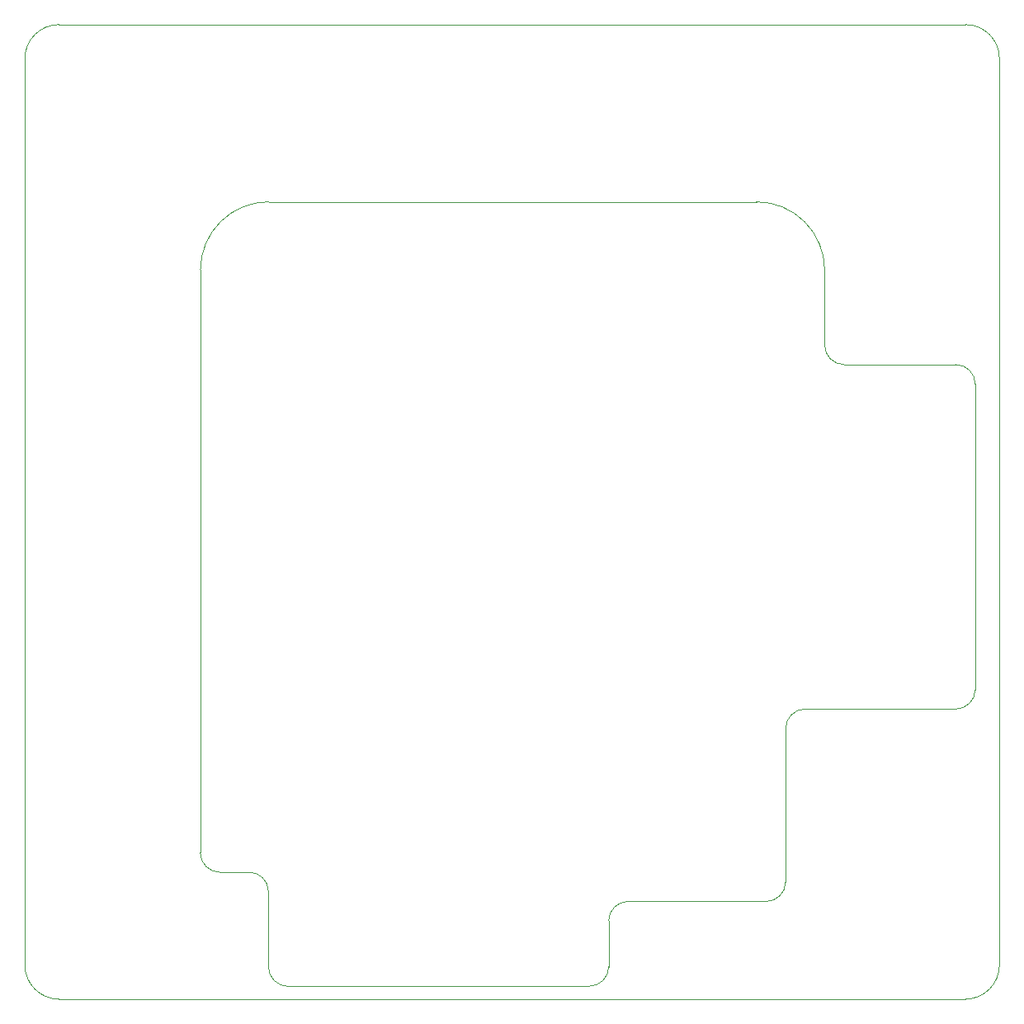
<source format=gm1>
G04 #@! TF.GenerationSoftware,KiCad,Pcbnew,7.0.9*
G04 #@! TF.CreationDate,2024-02-17T00:51:03+03:00*
G04 #@! TF.ProjectId,hellen1-uaefi,68656c6c-656e-4312-9d75-616566692e6b,rev?*
G04 #@! TF.SameCoordinates,PX55d4a80PY8f0d180*
G04 #@! TF.FileFunction,Profile,NP*
%FSLAX46Y46*%
G04 Gerber Fmt 4.6, Leading zero omitted, Abs format (unit mm)*
G04 Created by KiCad (PCBNEW 7.0.9) date 2024-02-17 00:51:03*
%MOMM*%
%LPD*%
G01*
G04 APERTURE LIST*
G04 #@! TA.AperFunction,Profile*
%ADD10C,0.100000*%
G04 #@! TD*
G04 APERTURE END LIST*
D10*
X100000004Y3474994D02*
X100000006Y96475004D01*
X-4Y96475006D02*
X-129Y3475000D01*
X96500006Y99975004D02*
X3499996Y99975006D01*
X96500004Y-25004D02*
G75*
G03*
X100000004Y3474994I-4J3500004D01*
G01*
X3499996Y99975004D02*
G75*
G03*
X-4Y96475006I4J-3500004D01*
G01*
X3499871Y-25000D02*
X96500004Y-25006D01*
X-100Y3475000D02*
G75*
G03*
X3499871Y-25000I3500000J0D01*
G01*
X100000004Y96475004D02*
G75*
G03*
X96500006Y99975004I-3500004J-4D01*
G01*
G04 #@! TO.C,M801*
X95512563Y29737237D02*
G75*
G03*
X97512563Y31737180I137J1999863D01*
G01*
X97512537Y63087437D02*
G75*
G03*
X95512563Y65087437I-2000037J-37D01*
G01*
X82062837Y67087437D02*
G75*
G03*
X84062814Y65087437I1999963J-37D01*
G01*
X80062811Y29737189D02*
G75*
G03*
X78062811Y27737180I89J-2000089D01*
G01*
X76060074Y9999926D02*
G75*
G03*
X78060074Y11999926I-74J2000074D01*
G01*
X82062817Y74787436D02*
G75*
G03*
X75062815Y81787437I-6999857J144D01*
G01*
X57900000Y1300000D02*
G75*
G03*
X59900000Y3300000I-100J2000100D01*
G01*
X61899911Y10000089D02*
G75*
G03*
X59899911Y8000080I89J-2000089D01*
G01*
X25000037Y3287437D02*
G75*
G03*
X27000000Y1287437I1999963J-37D01*
G01*
X25000000Y11000000D02*
G75*
G03*
X23000000Y13000000I-2000000J0D01*
G01*
X18000000Y15000000D02*
G75*
G03*
X20000000Y13000000I2000000J0D01*
G01*
X25012563Y81787438D02*
G75*
G03*
X18012562Y74787438I-3J-6999998D01*
G01*
X97512563Y31737180D02*
X97512563Y63087437D01*
X95512563Y65087437D02*
X84062814Y65087437D01*
X82062814Y74787436D02*
X82062814Y67087437D01*
X80062811Y29737180D02*
X95512563Y29737180D01*
X78062811Y27737180D02*
X78060074Y11999926D01*
X75062815Y81787437D02*
X25012563Y81787437D01*
X61899911Y10000080D02*
X76060074Y9999926D01*
X59900000Y3300000D02*
X59899911Y8000080D01*
X57900000Y1300000D02*
X27000000Y1287437D01*
X25000000Y11000000D02*
X25000000Y3287437D01*
X20000000Y13000000D02*
X23000000Y13000000D01*
X18012559Y31737182D02*
X18012562Y74787438D01*
X18012559Y31737182D02*
X18000000Y15000000D01*
G04 #@! TD*
M02*

</source>
